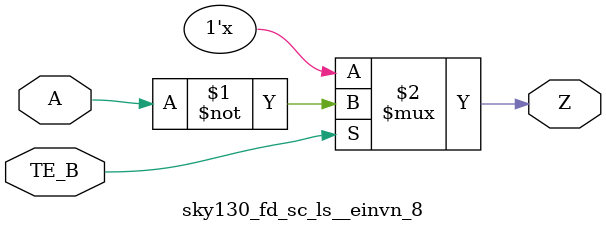
<source format=v>
/*
 * Copyright 2020 The SkyWater PDK Authors
 *
 * Licensed under the Apache License, Version 2.0 (the "License");
 * you may not use this file except in compliance with the License.
 * You may obtain a copy of the License at
 *
 *     https://www.apache.org/licenses/LICENSE-2.0
 *
 * Unless required by applicable law or agreed to in writing, software
 * distributed under the License is distributed on an "AS IS" BASIS,
 * WITHOUT WARRANTIES OR CONDITIONS OF ANY KIND, either express or implied.
 * See the License for the specific language governing permissions and
 * limitations under the License.
 *
 * SPDX-License-Identifier: Apache-2.0
*/


`ifndef SKY130_FD_SC_LS__EINVN_8_FUNCTIONAL_V
`define SKY130_FD_SC_LS__EINVN_8_FUNCTIONAL_V

/**
 * einvn: Tri-state inverter, negative enable.
 *
 * Verilog simulation functional model.
 */

`timescale 1ns / 1ps
`default_nettype none

`celldefine
module sky130_fd_sc_ls__einvn_8 (
    Z   ,
    A   ,
    TE_B
);

    // Module ports
    output Z   ;
    input  A   ;
    input  TE_B;

    //     Name     Output  Other arguments
    notif0 notif00 (Z     , A, TE_B        );

endmodule
`endcelldefine

`default_nettype wire
`endif  // SKY130_FD_SC_LS__EINVN_8_FUNCTIONAL_V

</source>
